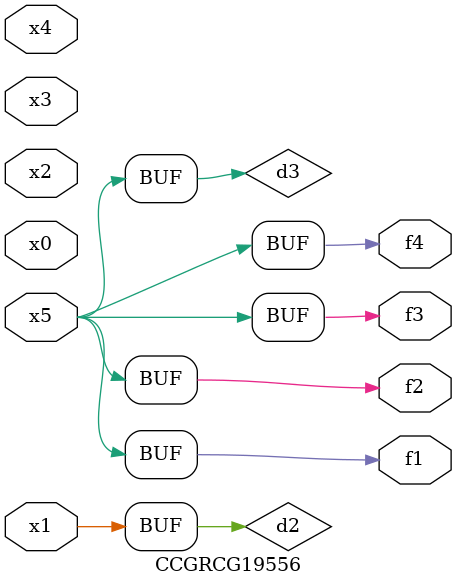
<source format=v>
module CCGRCG19556(
	input x0, x1, x2, x3, x4, x5,
	output f1, f2, f3, f4
);

	wire d1, d2, d3;

	not (d1, x5);
	or (d2, x1);
	xnor (d3, d1);
	assign f1 = d3;
	assign f2 = d3;
	assign f3 = d3;
	assign f4 = d3;
endmodule

</source>
